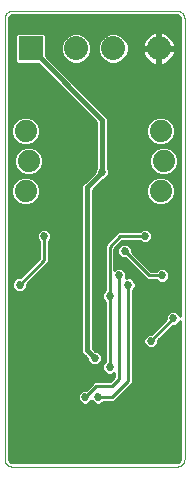
<source format=gbl>
G75*
%MOIN*%
%OFA0B0*%
%FSLAX25Y25*%
%IPPOS*%
%LPD*%
%AMOC8*
5,1,8,0,0,1.08239X$1,22.5*
%
%ADD10C,0.00000*%
%ADD11C,0.07400*%
%ADD12R,0.08000X0.08000*%
%ADD13C,0.08000*%
%ADD14C,0.01000*%
%ADD15C,0.02700*%
%ADD16C,0.01600*%
D10*
X0042595Y0032058D02*
X0042595Y0178933D01*
X0042597Y0179031D01*
X0042603Y0179129D01*
X0042612Y0179227D01*
X0042626Y0179324D01*
X0042643Y0179421D01*
X0042664Y0179517D01*
X0042689Y0179612D01*
X0042717Y0179706D01*
X0042750Y0179798D01*
X0042785Y0179890D01*
X0042825Y0179980D01*
X0042867Y0180068D01*
X0042914Y0180155D01*
X0042963Y0180239D01*
X0043016Y0180322D01*
X0043072Y0180402D01*
X0043132Y0180481D01*
X0043194Y0180557D01*
X0043259Y0180630D01*
X0043327Y0180701D01*
X0043398Y0180769D01*
X0043471Y0180834D01*
X0043547Y0180896D01*
X0043626Y0180956D01*
X0043706Y0181012D01*
X0043789Y0181065D01*
X0043873Y0181114D01*
X0043960Y0181161D01*
X0044048Y0181203D01*
X0044138Y0181243D01*
X0044230Y0181278D01*
X0044322Y0181311D01*
X0044416Y0181339D01*
X0044511Y0181364D01*
X0044607Y0181385D01*
X0044704Y0181402D01*
X0044801Y0181416D01*
X0044899Y0181425D01*
X0044997Y0181431D01*
X0045095Y0181433D01*
X0100095Y0181433D01*
X0100193Y0181431D01*
X0100291Y0181425D01*
X0100389Y0181416D01*
X0100486Y0181402D01*
X0100583Y0181385D01*
X0100679Y0181364D01*
X0100774Y0181339D01*
X0100868Y0181311D01*
X0100960Y0181278D01*
X0101052Y0181243D01*
X0101142Y0181203D01*
X0101230Y0181161D01*
X0101317Y0181114D01*
X0101401Y0181065D01*
X0101484Y0181012D01*
X0101564Y0180956D01*
X0101643Y0180896D01*
X0101719Y0180834D01*
X0101792Y0180769D01*
X0101863Y0180701D01*
X0101931Y0180630D01*
X0101996Y0180557D01*
X0102058Y0180481D01*
X0102118Y0180402D01*
X0102174Y0180322D01*
X0102227Y0180239D01*
X0102276Y0180155D01*
X0102323Y0180068D01*
X0102365Y0179980D01*
X0102405Y0179890D01*
X0102440Y0179798D01*
X0102473Y0179706D01*
X0102501Y0179612D01*
X0102526Y0179517D01*
X0102547Y0179421D01*
X0102564Y0179324D01*
X0102578Y0179227D01*
X0102587Y0179129D01*
X0102593Y0179031D01*
X0102595Y0178933D01*
X0102595Y0032058D01*
X0102593Y0031960D01*
X0102587Y0031862D01*
X0102578Y0031764D01*
X0102564Y0031667D01*
X0102547Y0031570D01*
X0102526Y0031474D01*
X0102501Y0031379D01*
X0102473Y0031285D01*
X0102440Y0031193D01*
X0102405Y0031101D01*
X0102365Y0031011D01*
X0102323Y0030923D01*
X0102276Y0030836D01*
X0102227Y0030752D01*
X0102174Y0030669D01*
X0102118Y0030589D01*
X0102058Y0030510D01*
X0101996Y0030434D01*
X0101931Y0030361D01*
X0101863Y0030290D01*
X0101792Y0030222D01*
X0101719Y0030157D01*
X0101643Y0030095D01*
X0101564Y0030035D01*
X0101484Y0029979D01*
X0101401Y0029926D01*
X0101317Y0029877D01*
X0101230Y0029830D01*
X0101142Y0029788D01*
X0101052Y0029748D01*
X0100960Y0029713D01*
X0100868Y0029680D01*
X0100774Y0029652D01*
X0100679Y0029627D01*
X0100583Y0029606D01*
X0100486Y0029589D01*
X0100389Y0029575D01*
X0100291Y0029566D01*
X0100193Y0029560D01*
X0100095Y0029558D01*
X0045095Y0029558D01*
X0044997Y0029560D01*
X0044899Y0029566D01*
X0044801Y0029575D01*
X0044704Y0029589D01*
X0044607Y0029606D01*
X0044511Y0029627D01*
X0044416Y0029652D01*
X0044322Y0029680D01*
X0044230Y0029713D01*
X0044138Y0029748D01*
X0044048Y0029788D01*
X0043960Y0029830D01*
X0043873Y0029877D01*
X0043789Y0029926D01*
X0043706Y0029979D01*
X0043626Y0030035D01*
X0043547Y0030095D01*
X0043471Y0030157D01*
X0043398Y0030222D01*
X0043327Y0030290D01*
X0043259Y0030361D01*
X0043194Y0030434D01*
X0043132Y0030510D01*
X0043072Y0030589D01*
X0043016Y0030669D01*
X0042963Y0030752D01*
X0042914Y0030836D01*
X0042867Y0030923D01*
X0042825Y0031011D01*
X0042785Y0031101D01*
X0042750Y0031193D01*
X0042717Y0031285D01*
X0042689Y0031379D01*
X0042664Y0031474D01*
X0042643Y0031570D01*
X0042626Y0031667D01*
X0042612Y0031764D01*
X0042603Y0031862D01*
X0042597Y0031960D01*
X0042595Y0032058D01*
D11*
X0049595Y0121433D03*
X0050595Y0131433D03*
X0049595Y0141433D03*
X0094595Y0141433D03*
X0095595Y0131433D03*
X0094595Y0121433D03*
D12*
X0051270Y0168933D03*
D13*
X0066450Y0168933D03*
X0078829Y0168933D03*
X0094009Y0168933D03*
D14*
X0094509Y0168725D02*
X0101095Y0168725D01*
X0101095Y0169723D02*
X0099452Y0169723D01*
X0099498Y0169433D02*
X0099373Y0170221D01*
X0099106Y0171044D01*
X0098713Y0171816D01*
X0098204Y0172516D01*
X0097592Y0173128D01*
X0096891Y0173637D01*
X0096120Y0174030D01*
X0095297Y0174298D01*
X0094509Y0174422D01*
X0094509Y0169433D01*
X0099498Y0169433D01*
X0099498Y0168433D02*
X0094509Y0168433D01*
X0094509Y0169433D01*
X0093509Y0169433D01*
X0093509Y0174422D01*
X0092721Y0174298D01*
X0091897Y0174030D01*
X0091126Y0173637D01*
X0090426Y0173128D01*
X0089814Y0172516D01*
X0089305Y0171816D01*
X0088912Y0171044D01*
X0088644Y0170221D01*
X0088519Y0169433D01*
X0093509Y0169433D01*
X0093509Y0168433D01*
X0094509Y0168433D01*
X0094509Y0163444D01*
X0095297Y0163569D01*
X0096120Y0163836D01*
X0096891Y0164229D01*
X0097592Y0164738D01*
X0098204Y0165350D01*
X0098713Y0166050D01*
X0099106Y0166822D01*
X0099373Y0167645D01*
X0099498Y0168433D01*
X0099386Y0167726D02*
X0101095Y0167726D01*
X0101095Y0166728D02*
X0099058Y0166728D01*
X0098479Y0165729D02*
X0101095Y0165729D01*
X0101095Y0164731D02*
X0097582Y0164731D01*
X0095800Y0163732D02*
X0101095Y0163732D01*
X0101095Y0162734D02*
X0060157Y0162734D01*
X0059158Y0163732D02*
X0092217Y0163732D01*
X0091897Y0163836D02*
X0092721Y0163569D01*
X0093509Y0163444D01*
X0093509Y0168433D01*
X0088519Y0168433D01*
X0088644Y0167645D01*
X0088912Y0166822D01*
X0089305Y0166050D01*
X0089814Y0165350D01*
X0090426Y0164738D01*
X0091126Y0164229D01*
X0091897Y0163836D01*
X0093509Y0163732D02*
X0094509Y0163732D01*
X0094509Y0164731D02*
X0093509Y0164731D01*
X0093509Y0165729D02*
X0094509Y0165729D01*
X0094509Y0166728D02*
X0093509Y0166728D01*
X0093509Y0167726D02*
X0094509Y0167726D01*
X0093509Y0168725D02*
X0083929Y0168725D01*
X0083929Y0167919D02*
X0083153Y0166044D01*
X0081718Y0164609D01*
X0079844Y0163833D01*
X0077815Y0163833D01*
X0075940Y0164609D01*
X0074506Y0166044D01*
X0073729Y0167919D01*
X0073729Y0169948D01*
X0074506Y0171822D01*
X0075940Y0173257D01*
X0077815Y0174033D01*
X0079844Y0174033D01*
X0081718Y0173257D01*
X0083153Y0171822D01*
X0083929Y0169948D01*
X0083929Y0167919D01*
X0083849Y0167726D02*
X0088631Y0167726D01*
X0088960Y0166728D02*
X0083436Y0166728D01*
X0082838Y0165729D02*
X0089538Y0165729D01*
X0090436Y0164731D02*
X0081839Y0164731D01*
X0083929Y0169723D02*
X0088565Y0169723D01*
X0088807Y0170722D02*
X0083609Y0170722D01*
X0083195Y0171720D02*
X0089256Y0171720D01*
X0090016Y0172719D02*
X0082256Y0172719D01*
X0080606Y0173717D02*
X0091283Y0173717D01*
X0093509Y0173717D02*
X0094509Y0173717D01*
X0094509Y0172719D02*
X0093509Y0172719D01*
X0093509Y0171720D02*
X0094509Y0171720D01*
X0094509Y0170722D02*
X0093509Y0170722D01*
X0093509Y0169723D02*
X0094509Y0169723D01*
X0096734Y0173717D02*
X0101095Y0173717D01*
X0101095Y0172719D02*
X0098001Y0172719D01*
X0098761Y0171720D02*
X0101095Y0171720D01*
X0101095Y0170722D02*
X0099211Y0170722D01*
X0101095Y0174716D02*
X0044095Y0174716D01*
X0044095Y0175714D02*
X0101095Y0175714D01*
X0101095Y0176713D02*
X0044095Y0176713D01*
X0044095Y0177711D02*
X0101095Y0177711D01*
X0101095Y0178710D02*
X0044095Y0178710D01*
X0044095Y0178933D02*
X0044129Y0179192D01*
X0044388Y0179640D01*
X0044836Y0179899D01*
X0045095Y0179933D01*
X0100095Y0179933D01*
X0100354Y0179899D01*
X0100802Y0179640D01*
X0101061Y0179192D01*
X0101095Y0178933D01*
X0101095Y0079903D01*
X0100922Y0080321D01*
X0100233Y0081010D01*
X0099332Y0081383D01*
X0098358Y0081383D01*
X0097457Y0081010D01*
X0096768Y0080321D01*
X0096395Y0079420D01*
X0096395Y0078746D01*
X0091532Y0073883D01*
X0090858Y0073883D01*
X0089957Y0073510D01*
X0089268Y0072821D01*
X0088895Y0071920D01*
X0088895Y0070946D01*
X0089268Y0070045D01*
X0089957Y0069356D01*
X0090858Y0068983D01*
X0091832Y0068983D01*
X0092733Y0069356D01*
X0093422Y0070045D01*
X0093795Y0070946D01*
X0093795Y0071620D01*
X0098658Y0076483D01*
X0099332Y0076483D01*
X0100233Y0076856D01*
X0100922Y0077545D01*
X0101095Y0077963D01*
X0101095Y0032058D01*
X0101061Y0031799D01*
X0100802Y0031351D01*
X0100354Y0031092D01*
X0100095Y0031058D01*
X0045095Y0031058D01*
X0044836Y0031092D01*
X0044388Y0031351D01*
X0044129Y0031799D01*
X0044095Y0032058D01*
X0044095Y0178933D01*
X0044506Y0179708D02*
X0100684Y0179708D01*
X0101095Y0161735D02*
X0061155Y0161735D01*
X0062154Y0160737D02*
X0101095Y0160737D01*
X0101095Y0159738D02*
X0063152Y0159738D01*
X0064151Y0158740D02*
X0101095Y0158740D01*
X0101095Y0157741D02*
X0065149Y0157741D01*
X0066148Y0156743D02*
X0101095Y0156743D01*
X0101095Y0155744D02*
X0067146Y0155744D01*
X0068145Y0154745D02*
X0101095Y0154745D01*
X0101095Y0153747D02*
X0069143Y0153747D01*
X0070142Y0152748D02*
X0101095Y0152748D01*
X0101095Y0151750D02*
X0071140Y0151750D01*
X0072139Y0150751D02*
X0101095Y0150751D01*
X0101095Y0149753D02*
X0073137Y0149753D01*
X0074136Y0148754D02*
X0101095Y0148754D01*
X0101095Y0147756D02*
X0075134Y0147756D01*
X0075882Y0147008D02*
X0056370Y0166520D01*
X0056370Y0173389D01*
X0055726Y0174033D01*
X0046814Y0174033D01*
X0046170Y0173389D01*
X0046170Y0164477D01*
X0046814Y0163833D01*
X0053683Y0163833D01*
X0073195Y0144321D01*
X0073195Y0129248D01*
X0073018Y0129071D01*
X0072645Y0128170D01*
X0072645Y0127920D01*
X0069308Y0124583D01*
X0068195Y0123470D01*
X0068195Y0067521D01*
X0069308Y0066408D01*
X0070145Y0065571D01*
X0070145Y0065321D01*
X0070518Y0064420D01*
X0071207Y0063731D01*
X0072108Y0063358D01*
X0073082Y0063358D01*
X0073983Y0063731D01*
X0074672Y0064420D01*
X0075045Y0065321D01*
X0075045Y0066295D01*
X0074672Y0067196D01*
X0073983Y0067885D01*
X0073082Y0068258D01*
X0072832Y0068258D01*
X0071995Y0069095D01*
X0071995Y0121896D01*
X0075332Y0125233D01*
X0075582Y0125233D01*
X0076483Y0125606D01*
X0077172Y0126295D01*
X0077545Y0127196D01*
X0077545Y0128170D01*
X0077172Y0129071D01*
X0076995Y0129248D01*
X0076995Y0145895D01*
X0075882Y0147008D01*
X0076133Y0146757D02*
X0101095Y0146757D01*
X0101095Y0145759D02*
X0096695Y0145759D01*
X0097314Y0145502D02*
X0095550Y0146233D01*
X0093640Y0146233D01*
X0091876Y0145502D01*
X0090526Y0144152D01*
X0089795Y0142388D01*
X0089795Y0140478D01*
X0090526Y0138714D01*
X0091876Y0137364D01*
X0093640Y0136633D01*
X0095550Y0136633D01*
X0097314Y0137364D01*
X0098664Y0138714D01*
X0099395Y0140478D01*
X0099395Y0142388D01*
X0098664Y0144152D01*
X0097314Y0145502D01*
X0098056Y0144760D02*
X0101095Y0144760D01*
X0101095Y0143762D02*
X0098826Y0143762D01*
X0099240Y0142763D02*
X0101095Y0142763D01*
X0101095Y0141765D02*
X0099395Y0141765D01*
X0099395Y0140766D02*
X0101095Y0140766D01*
X0101095Y0139768D02*
X0099101Y0139768D01*
X0098687Y0138769D02*
X0101095Y0138769D01*
X0101095Y0137771D02*
X0097721Y0137771D01*
X0096550Y0136233D02*
X0094640Y0136233D01*
X0092876Y0135502D01*
X0091526Y0134152D01*
X0090795Y0132388D01*
X0090795Y0130478D01*
X0091526Y0128714D01*
X0092876Y0127364D01*
X0094640Y0126633D01*
X0096550Y0126633D01*
X0098314Y0127364D01*
X0099664Y0128714D01*
X0100395Y0130478D01*
X0100395Y0132388D01*
X0099664Y0134152D01*
X0098314Y0135502D01*
X0096550Y0136233D01*
X0095886Y0136772D02*
X0101095Y0136772D01*
X0101095Y0135774D02*
X0097659Y0135774D01*
X0099041Y0134775D02*
X0101095Y0134775D01*
X0101095Y0133777D02*
X0099820Y0133777D01*
X0100233Y0132778D02*
X0101095Y0132778D01*
X0101095Y0131780D02*
X0100395Y0131780D01*
X0100395Y0130781D02*
X0101095Y0130781D01*
X0101095Y0129783D02*
X0100107Y0129783D01*
X0099693Y0128784D02*
X0101095Y0128784D01*
X0101095Y0127786D02*
X0098736Y0127786D01*
X0096922Y0126787D02*
X0101095Y0126787D01*
X0101095Y0125789D02*
X0096623Y0125789D01*
X0097314Y0125502D02*
X0095550Y0126233D01*
X0093640Y0126233D01*
X0091876Y0125502D01*
X0090526Y0124152D01*
X0089795Y0122388D01*
X0089795Y0120478D01*
X0090526Y0118714D01*
X0091876Y0117364D01*
X0093640Y0116633D01*
X0095550Y0116633D01*
X0097314Y0117364D01*
X0098664Y0118714D01*
X0099395Y0120478D01*
X0099395Y0122388D01*
X0098664Y0124152D01*
X0097314Y0125502D01*
X0098026Y0124790D02*
X0101095Y0124790D01*
X0101095Y0123792D02*
X0098814Y0123792D01*
X0099227Y0122793D02*
X0101095Y0122793D01*
X0101095Y0121795D02*
X0099395Y0121795D01*
X0099395Y0120796D02*
X0101095Y0120796D01*
X0101095Y0119798D02*
X0099113Y0119798D01*
X0098700Y0118799D02*
X0101095Y0118799D01*
X0101095Y0117801D02*
X0097751Y0117801D01*
X0095958Y0116802D02*
X0101095Y0116802D01*
X0101095Y0115804D02*
X0071995Y0115804D01*
X0071995Y0116802D02*
X0093232Y0116802D01*
X0091439Y0117801D02*
X0071995Y0117801D01*
X0071995Y0118799D02*
X0090491Y0118799D01*
X0090077Y0119798D02*
X0071995Y0119798D01*
X0071995Y0120796D02*
X0089795Y0120796D01*
X0089795Y0121795D02*
X0071995Y0121795D01*
X0072892Y0122793D02*
X0089963Y0122793D01*
X0090377Y0123792D02*
X0073891Y0123792D01*
X0074889Y0124790D02*
X0091164Y0124790D01*
X0092568Y0125789D02*
X0076666Y0125789D01*
X0077376Y0126787D02*
X0094268Y0126787D01*
X0092454Y0127786D02*
X0077545Y0127786D01*
X0077291Y0128784D02*
X0091497Y0128784D01*
X0091083Y0129783D02*
X0076995Y0129783D01*
X0076995Y0130781D02*
X0090795Y0130781D01*
X0090795Y0131780D02*
X0076995Y0131780D01*
X0076995Y0132778D02*
X0090957Y0132778D01*
X0091370Y0133777D02*
X0076995Y0133777D01*
X0076995Y0134775D02*
X0092149Y0134775D01*
X0093532Y0135774D02*
X0076995Y0135774D01*
X0076995Y0136772D02*
X0093304Y0136772D01*
X0091469Y0137771D02*
X0076995Y0137771D01*
X0076995Y0138769D02*
X0090503Y0138769D01*
X0090089Y0139768D02*
X0076995Y0139768D01*
X0076995Y0140766D02*
X0089795Y0140766D01*
X0089795Y0141765D02*
X0076995Y0141765D01*
X0076995Y0142763D02*
X0089951Y0142763D01*
X0090364Y0143762D02*
X0076995Y0143762D01*
X0076995Y0144760D02*
X0091134Y0144760D01*
X0092496Y0145759D02*
X0076995Y0145759D01*
X0073195Y0143762D02*
X0053826Y0143762D01*
X0053664Y0144152D02*
X0054395Y0142388D01*
X0054395Y0140478D01*
X0053664Y0138714D01*
X0052314Y0137364D01*
X0050550Y0136633D01*
X0048640Y0136633D01*
X0046876Y0137364D01*
X0045526Y0138714D01*
X0044795Y0140478D01*
X0044795Y0142388D01*
X0045526Y0144152D01*
X0046876Y0145502D01*
X0048640Y0146233D01*
X0050550Y0146233D01*
X0052314Y0145502D01*
X0053664Y0144152D01*
X0053056Y0144760D02*
X0072756Y0144760D01*
X0071757Y0145759D02*
X0051695Y0145759D01*
X0054240Y0142763D02*
X0073195Y0142763D01*
X0073195Y0141765D02*
X0054395Y0141765D01*
X0054395Y0140766D02*
X0073195Y0140766D01*
X0073195Y0139768D02*
X0054101Y0139768D01*
X0053687Y0138769D02*
X0073195Y0138769D01*
X0073195Y0137771D02*
X0052721Y0137771D01*
X0051550Y0136233D02*
X0049640Y0136233D01*
X0047876Y0135502D01*
X0046526Y0134152D01*
X0045795Y0132388D01*
X0045795Y0130478D01*
X0046526Y0128714D01*
X0047876Y0127364D01*
X0049640Y0126633D01*
X0051550Y0126633D01*
X0053314Y0127364D01*
X0054664Y0128714D01*
X0055395Y0130478D01*
X0055395Y0132388D01*
X0054664Y0134152D01*
X0053314Y0135502D01*
X0051550Y0136233D01*
X0050886Y0136772D02*
X0073195Y0136772D01*
X0073195Y0135774D02*
X0052659Y0135774D01*
X0054041Y0134775D02*
X0073195Y0134775D01*
X0073195Y0133777D02*
X0054820Y0133777D01*
X0055233Y0132778D02*
X0073195Y0132778D01*
X0073195Y0131780D02*
X0055395Y0131780D01*
X0055395Y0130781D02*
X0073195Y0130781D01*
X0073195Y0129783D02*
X0055107Y0129783D01*
X0054693Y0128784D02*
X0072899Y0128784D01*
X0072511Y0127786D02*
X0053736Y0127786D01*
X0051922Y0126787D02*
X0071512Y0126787D01*
X0070514Y0125789D02*
X0051623Y0125789D01*
X0052314Y0125502D02*
X0050550Y0126233D01*
X0048640Y0126233D01*
X0046876Y0125502D01*
X0045526Y0124152D01*
X0044795Y0122388D01*
X0044795Y0120478D01*
X0045526Y0118714D01*
X0046876Y0117364D01*
X0048640Y0116633D01*
X0050550Y0116633D01*
X0052314Y0117364D01*
X0053664Y0118714D01*
X0054395Y0120478D01*
X0054395Y0122388D01*
X0053664Y0124152D01*
X0052314Y0125502D01*
X0053026Y0124790D02*
X0069515Y0124790D01*
X0068517Y0123792D02*
X0053814Y0123792D01*
X0054227Y0122793D02*
X0068195Y0122793D01*
X0068195Y0121795D02*
X0054395Y0121795D01*
X0054395Y0120796D02*
X0068195Y0120796D01*
X0068195Y0119798D02*
X0054113Y0119798D01*
X0053700Y0118799D02*
X0068195Y0118799D01*
X0068195Y0117801D02*
X0052751Y0117801D01*
X0050958Y0116802D02*
X0068195Y0116802D01*
X0068195Y0115804D02*
X0044095Y0115804D01*
X0044095Y0116802D02*
X0048232Y0116802D01*
X0046439Y0117801D02*
X0044095Y0117801D01*
X0044095Y0118799D02*
X0045491Y0118799D01*
X0045077Y0119798D02*
X0044095Y0119798D01*
X0044095Y0120796D02*
X0044795Y0120796D01*
X0044795Y0121795D02*
X0044095Y0121795D01*
X0044095Y0122793D02*
X0044963Y0122793D01*
X0045377Y0123792D02*
X0044095Y0123792D01*
X0044095Y0124790D02*
X0046164Y0124790D01*
X0047568Y0125789D02*
X0044095Y0125789D01*
X0044095Y0126787D02*
X0049268Y0126787D01*
X0047454Y0127786D02*
X0044095Y0127786D01*
X0044095Y0128784D02*
X0046497Y0128784D01*
X0046083Y0129783D02*
X0044095Y0129783D01*
X0044095Y0130781D02*
X0045795Y0130781D01*
X0045795Y0131780D02*
X0044095Y0131780D01*
X0044095Y0132778D02*
X0045957Y0132778D01*
X0046370Y0133777D02*
X0044095Y0133777D01*
X0044095Y0134775D02*
X0047149Y0134775D01*
X0048532Y0135774D02*
X0044095Y0135774D01*
X0044095Y0136772D02*
X0048304Y0136772D01*
X0046469Y0137771D02*
X0044095Y0137771D01*
X0044095Y0138769D02*
X0045503Y0138769D01*
X0045089Y0139768D02*
X0044095Y0139768D01*
X0044095Y0140766D02*
X0044795Y0140766D01*
X0044795Y0141765D02*
X0044095Y0141765D01*
X0044095Y0142763D02*
X0044951Y0142763D01*
X0045364Y0143762D02*
X0044095Y0143762D01*
X0044095Y0144760D02*
X0046134Y0144760D01*
X0047496Y0145759D02*
X0044095Y0145759D01*
X0044095Y0146757D02*
X0070759Y0146757D01*
X0069760Y0147756D02*
X0044095Y0147756D01*
X0044095Y0148754D02*
X0068762Y0148754D01*
X0067763Y0149753D02*
X0044095Y0149753D01*
X0044095Y0150751D02*
X0066765Y0150751D01*
X0065766Y0151750D02*
X0044095Y0151750D01*
X0044095Y0152748D02*
X0064768Y0152748D01*
X0063769Y0153747D02*
X0044095Y0153747D01*
X0044095Y0154745D02*
X0062771Y0154745D01*
X0061772Y0155744D02*
X0044095Y0155744D01*
X0044095Y0156743D02*
X0060774Y0156743D01*
X0059775Y0157741D02*
X0044095Y0157741D01*
X0044095Y0158740D02*
X0058777Y0158740D01*
X0057778Y0159738D02*
X0044095Y0159738D01*
X0044095Y0160737D02*
X0056780Y0160737D01*
X0055781Y0161735D02*
X0044095Y0161735D01*
X0044095Y0162734D02*
X0054783Y0162734D01*
X0053784Y0163732D02*
X0044095Y0163732D01*
X0044095Y0164731D02*
X0046170Y0164731D01*
X0046170Y0165729D02*
X0044095Y0165729D01*
X0044095Y0166728D02*
X0046170Y0166728D01*
X0046170Y0167726D02*
X0044095Y0167726D01*
X0044095Y0168725D02*
X0046170Y0168725D01*
X0046170Y0169723D02*
X0044095Y0169723D01*
X0044095Y0170722D02*
X0046170Y0170722D01*
X0046170Y0171720D02*
X0044095Y0171720D01*
X0044095Y0172719D02*
X0046170Y0172719D01*
X0046499Y0173717D02*
X0044095Y0173717D01*
X0056042Y0173717D02*
X0064673Y0173717D01*
X0065435Y0174033D02*
X0063561Y0173257D01*
X0062126Y0171822D01*
X0061350Y0169948D01*
X0061350Y0167919D01*
X0062126Y0166044D01*
X0063561Y0164609D01*
X0065435Y0163833D01*
X0067464Y0163833D01*
X0069339Y0164609D01*
X0070773Y0166044D01*
X0071550Y0167919D01*
X0071550Y0169948D01*
X0070773Y0171822D01*
X0069339Y0173257D01*
X0067464Y0174033D01*
X0065435Y0174033D01*
X0063023Y0172719D02*
X0056370Y0172719D01*
X0056370Y0171720D02*
X0062084Y0171720D01*
X0061670Y0170722D02*
X0056370Y0170722D01*
X0056370Y0169723D02*
X0061350Y0169723D01*
X0061350Y0168725D02*
X0056370Y0168725D01*
X0056370Y0167726D02*
X0061429Y0167726D01*
X0061843Y0166728D02*
X0056370Y0166728D01*
X0057161Y0165729D02*
X0062441Y0165729D01*
X0063440Y0164731D02*
X0058160Y0164731D01*
X0068227Y0173717D02*
X0077052Y0173717D01*
X0075402Y0172719D02*
X0069877Y0172719D01*
X0070815Y0171720D02*
X0074463Y0171720D01*
X0074050Y0170722D02*
X0071229Y0170722D01*
X0071550Y0169723D02*
X0073729Y0169723D01*
X0073729Y0168725D02*
X0071550Y0168725D01*
X0071470Y0167726D02*
X0073809Y0167726D01*
X0074223Y0166728D02*
X0071056Y0166728D01*
X0070458Y0165729D02*
X0074821Y0165729D01*
X0075819Y0164731D02*
X0069460Y0164731D01*
X0068195Y0114805D02*
X0044095Y0114805D01*
X0044095Y0113807D02*
X0068195Y0113807D01*
X0068195Y0112808D02*
X0044095Y0112808D01*
X0044095Y0111810D02*
X0068195Y0111810D01*
X0068195Y0110811D02*
X0044095Y0110811D01*
X0044095Y0109812D02*
X0068195Y0109812D01*
X0068195Y0108814D02*
X0056374Y0108814D01*
X0056207Y0108883D02*
X0055233Y0108883D01*
X0054332Y0108510D01*
X0053643Y0107821D01*
X0053270Y0106920D01*
X0053270Y0105946D01*
X0053643Y0105045D01*
X0054120Y0104568D01*
X0054120Y0098971D01*
X0047782Y0092633D01*
X0047108Y0092633D01*
X0046207Y0092260D01*
X0045518Y0091571D01*
X0045145Y0090670D01*
X0045145Y0089696D01*
X0045518Y0088795D01*
X0046207Y0088106D01*
X0047108Y0087733D01*
X0048082Y0087733D01*
X0048983Y0088106D01*
X0049672Y0088795D01*
X0050045Y0089696D01*
X0050045Y0090370D01*
X0056383Y0096708D01*
X0057320Y0097645D01*
X0057320Y0104568D01*
X0057797Y0105045D01*
X0058170Y0105946D01*
X0058170Y0106920D01*
X0057797Y0107821D01*
X0057108Y0108510D01*
X0056207Y0108883D01*
X0055066Y0108814D02*
X0044095Y0108814D01*
X0044095Y0107815D02*
X0053641Y0107815D01*
X0053270Y0106817D02*
X0044095Y0106817D01*
X0044095Y0105818D02*
X0053323Y0105818D01*
X0053868Y0104820D02*
X0044095Y0104820D01*
X0044095Y0103821D02*
X0054120Y0103821D01*
X0054120Y0102823D02*
X0044095Y0102823D01*
X0044095Y0101824D02*
X0054120Y0101824D01*
X0054120Y0100826D02*
X0044095Y0100826D01*
X0044095Y0099827D02*
X0054120Y0099827D01*
X0053978Y0098829D02*
X0044095Y0098829D01*
X0044095Y0097830D02*
X0052980Y0097830D01*
X0051981Y0096832D02*
X0044095Y0096832D01*
X0044095Y0095833D02*
X0050983Y0095833D01*
X0049984Y0094835D02*
X0044095Y0094835D01*
X0044095Y0093836D02*
X0048986Y0093836D01*
X0047987Y0092838D02*
X0044095Y0092838D01*
X0044095Y0091839D02*
X0045787Y0091839D01*
X0045216Y0090841D02*
X0044095Y0090841D01*
X0044095Y0089842D02*
X0045145Y0089842D01*
X0045498Y0088844D02*
X0044095Y0088844D01*
X0044095Y0087845D02*
X0046837Y0087845D01*
X0047595Y0090183D02*
X0055720Y0098308D01*
X0055720Y0106433D01*
X0057572Y0104820D02*
X0068195Y0104820D01*
X0068195Y0105818D02*
X0058117Y0105818D01*
X0058170Y0106817D02*
X0068195Y0106817D01*
X0068195Y0107815D02*
X0057799Y0107815D01*
X0057320Y0103821D02*
X0068195Y0103821D01*
X0068195Y0102823D02*
X0057320Y0102823D01*
X0057320Y0101824D02*
X0068195Y0101824D01*
X0068195Y0100826D02*
X0057320Y0100826D01*
X0057320Y0099827D02*
X0068195Y0099827D01*
X0068195Y0098829D02*
X0057320Y0098829D01*
X0057320Y0097830D02*
X0068195Y0097830D01*
X0068195Y0096832D02*
X0056507Y0096832D01*
X0055508Y0095833D02*
X0068195Y0095833D01*
X0068195Y0094835D02*
X0054510Y0094835D01*
X0053511Y0093836D02*
X0068195Y0093836D01*
X0068195Y0092838D02*
X0052513Y0092838D01*
X0051514Y0091839D02*
X0068195Y0091839D01*
X0068195Y0090841D02*
X0050516Y0090841D01*
X0050045Y0089842D02*
X0068195Y0089842D01*
X0068195Y0088844D02*
X0049692Y0088844D01*
X0048353Y0087845D02*
X0068195Y0087845D01*
X0068195Y0086847D02*
X0044095Y0086847D01*
X0044095Y0085848D02*
X0068195Y0085848D01*
X0068195Y0084850D02*
X0044095Y0084850D01*
X0044095Y0083851D02*
X0068195Y0083851D01*
X0068195Y0082853D02*
X0044095Y0082853D01*
X0044095Y0081854D02*
X0068195Y0081854D01*
X0068195Y0080856D02*
X0044095Y0080856D01*
X0044095Y0079857D02*
X0068195Y0079857D01*
X0068195Y0078859D02*
X0044095Y0078859D01*
X0044095Y0077860D02*
X0068195Y0077860D01*
X0068195Y0076862D02*
X0044095Y0076862D01*
X0044095Y0075863D02*
X0068195Y0075863D01*
X0068195Y0074865D02*
X0044095Y0074865D01*
X0044095Y0073866D02*
X0068195Y0073866D01*
X0068195Y0072868D02*
X0044095Y0072868D01*
X0044095Y0071869D02*
X0068195Y0071869D01*
X0068195Y0070871D02*
X0044095Y0070871D01*
X0044095Y0069872D02*
X0068195Y0069872D01*
X0068195Y0068874D02*
X0044095Y0068874D01*
X0044095Y0067875D02*
X0068195Y0067875D01*
X0068840Y0066877D02*
X0044095Y0066877D01*
X0044095Y0065878D02*
X0069838Y0065878D01*
X0070328Y0064879D02*
X0044095Y0064879D01*
X0044095Y0063881D02*
X0071057Y0063881D01*
X0074133Y0063881D02*
X0075439Y0063881D01*
X0075518Y0064071D02*
X0075145Y0063170D01*
X0075145Y0062196D01*
X0075518Y0061295D01*
X0076207Y0060606D01*
X0077108Y0060233D01*
X0078082Y0060233D01*
X0078983Y0060606D01*
X0079120Y0060743D01*
X0079120Y0059349D01*
X0077804Y0058033D01*
X0072557Y0058033D01*
X0071620Y0057096D01*
X0071620Y0057096D01*
X0069657Y0055133D01*
X0068983Y0055133D01*
X0068082Y0054760D01*
X0067393Y0054071D01*
X0067020Y0053170D01*
X0067020Y0052196D01*
X0067393Y0051295D01*
X0068082Y0050606D01*
X0068983Y0050233D01*
X0069957Y0050233D01*
X0070858Y0050606D01*
X0071547Y0051295D01*
X0071658Y0051562D01*
X0071768Y0051295D01*
X0072457Y0050606D01*
X0073358Y0050233D01*
X0074332Y0050233D01*
X0075233Y0050606D01*
X0075710Y0051083D01*
X0079131Y0051083D01*
X0080069Y0052020D01*
X0085445Y0057397D01*
X0085445Y0088318D01*
X0085922Y0088795D01*
X0086295Y0089696D01*
X0086295Y0090670D01*
X0085922Y0091571D01*
X0085233Y0092260D01*
X0084332Y0092633D01*
X0083358Y0092633D01*
X0083037Y0092500D01*
X0083170Y0092821D01*
X0083170Y0093795D01*
X0082797Y0094696D01*
X0082108Y0095385D01*
X0081207Y0095758D01*
X0080233Y0095758D01*
X0079332Y0095385D01*
X0079195Y0095248D01*
X0079195Y0102235D01*
X0081793Y0104833D01*
X0087605Y0104833D01*
X0088082Y0104356D01*
X0088983Y0103983D01*
X0089957Y0103983D01*
X0090858Y0104356D01*
X0091547Y0105045D01*
X0091920Y0105946D01*
X0091920Y0106920D01*
X0091547Y0107821D01*
X0090858Y0108510D01*
X0089957Y0108883D01*
X0088983Y0108883D01*
X0088082Y0108510D01*
X0087605Y0108033D01*
X0080468Y0108033D01*
X0079531Y0107096D01*
X0075995Y0103560D01*
X0075995Y0088298D01*
X0075518Y0087821D01*
X0075145Y0086920D01*
X0075145Y0085946D01*
X0075518Y0085045D01*
X0075995Y0084568D01*
X0075995Y0064548D01*
X0075518Y0064071D01*
X0075995Y0064879D02*
X0074862Y0064879D01*
X0075045Y0065878D02*
X0075995Y0065878D01*
X0075995Y0066877D02*
X0074804Y0066877D01*
X0073993Y0067875D02*
X0075995Y0067875D01*
X0075995Y0068874D02*
X0072217Y0068874D01*
X0071995Y0069872D02*
X0075995Y0069872D01*
X0075995Y0070871D02*
X0071995Y0070871D01*
X0071995Y0071869D02*
X0075995Y0071869D01*
X0075995Y0072868D02*
X0071995Y0072868D01*
X0071995Y0073866D02*
X0075995Y0073866D01*
X0075995Y0074865D02*
X0071995Y0074865D01*
X0071995Y0075863D02*
X0075995Y0075863D01*
X0075995Y0076862D02*
X0071995Y0076862D01*
X0071995Y0077860D02*
X0075995Y0077860D01*
X0075995Y0078859D02*
X0071995Y0078859D01*
X0071995Y0079857D02*
X0075995Y0079857D01*
X0075995Y0080856D02*
X0071995Y0080856D01*
X0071995Y0081854D02*
X0075995Y0081854D01*
X0075995Y0082853D02*
X0071995Y0082853D01*
X0071995Y0083851D02*
X0075995Y0083851D01*
X0075714Y0084850D02*
X0071995Y0084850D01*
X0071995Y0085848D02*
X0075186Y0085848D01*
X0075145Y0086847D02*
X0071995Y0086847D01*
X0071995Y0087845D02*
X0075542Y0087845D01*
X0075995Y0088844D02*
X0071995Y0088844D01*
X0071995Y0089842D02*
X0075995Y0089842D01*
X0075995Y0090841D02*
X0071995Y0090841D01*
X0071995Y0091839D02*
X0075995Y0091839D01*
X0075995Y0092838D02*
X0071995Y0092838D01*
X0071995Y0093836D02*
X0075995Y0093836D01*
X0075995Y0094835D02*
X0071995Y0094835D01*
X0071995Y0095833D02*
X0075995Y0095833D01*
X0075995Y0096832D02*
X0071995Y0096832D01*
X0071995Y0097830D02*
X0075995Y0097830D01*
X0075995Y0098829D02*
X0071995Y0098829D01*
X0071995Y0099827D02*
X0075995Y0099827D01*
X0075995Y0100826D02*
X0071995Y0100826D01*
X0071995Y0101824D02*
X0075995Y0101824D01*
X0075995Y0102823D02*
X0071995Y0102823D01*
X0071995Y0103821D02*
X0076256Y0103821D01*
X0077255Y0104820D02*
X0071995Y0104820D01*
X0071995Y0105818D02*
X0078253Y0105818D01*
X0079252Y0106817D02*
X0071995Y0106817D01*
X0071995Y0107815D02*
X0080250Y0107815D01*
X0081131Y0106433D02*
X0089470Y0106433D01*
X0087618Y0104820D02*
X0081780Y0104820D01*
X0082108Y0103883D02*
X0081207Y0103510D01*
X0080518Y0102821D01*
X0080145Y0101920D01*
X0080145Y0100946D01*
X0080518Y0100045D01*
X0081207Y0099356D01*
X0082108Y0098983D01*
X0082782Y0098983D01*
X0090057Y0091708D01*
X0093230Y0091708D01*
X0093707Y0091231D01*
X0094608Y0090858D01*
X0095582Y0090858D01*
X0096483Y0091231D01*
X0097172Y0091920D01*
X0097545Y0092821D01*
X0097545Y0093795D01*
X0097172Y0094696D01*
X0096483Y0095385D01*
X0095582Y0095758D01*
X0094608Y0095758D01*
X0093707Y0095385D01*
X0093230Y0094908D01*
X0091383Y0094908D01*
X0085045Y0101246D01*
X0085045Y0101920D01*
X0084672Y0102821D01*
X0083983Y0103510D01*
X0083082Y0103883D01*
X0082108Y0103883D01*
X0081959Y0103821D02*
X0080782Y0103821D01*
X0080520Y0102823D02*
X0079783Y0102823D01*
X0080145Y0101824D02*
X0079195Y0101824D01*
X0079195Y0100826D02*
X0080195Y0100826D01*
X0080736Y0099827D02*
X0079195Y0099827D01*
X0079195Y0098829D02*
X0082937Y0098829D01*
X0083935Y0097830D02*
X0079195Y0097830D01*
X0079195Y0096832D02*
X0084934Y0096832D01*
X0085932Y0095833D02*
X0079195Y0095833D01*
X0080720Y0093308D02*
X0080720Y0058687D01*
X0078467Y0056433D01*
X0073220Y0056433D01*
X0069470Y0052683D01*
X0067788Y0050900D02*
X0044095Y0050900D01*
X0044095Y0049902D02*
X0101095Y0049902D01*
X0101095Y0050900D02*
X0075527Y0050900D01*
X0073845Y0052683D02*
X0078469Y0052683D01*
X0083845Y0058060D01*
X0083845Y0090183D01*
X0085654Y0091839D02*
X0089926Y0091839D01*
X0088928Y0092838D02*
X0083170Y0092838D01*
X0083153Y0093836D02*
X0087929Y0093836D01*
X0086931Y0094835D02*
X0082658Y0094835D01*
X0085942Y0088844D02*
X0101095Y0088844D01*
X0101095Y0089842D02*
X0086295Y0089842D01*
X0086225Y0090841D02*
X0101095Y0090841D01*
X0101095Y0091839D02*
X0097091Y0091839D01*
X0097545Y0092838D02*
X0101095Y0092838D01*
X0101095Y0093836D02*
X0097528Y0093836D01*
X0097033Y0094835D02*
X0101095Y0094835D01*
X0101095Y0095833D02*
X0090458Y0095833D01*
X0089459Y0096832D02*
X0101095Y0096832D01*
X0101095Y0097830D02*
X0088461Y0097830D01*
X0087462Y0098829D02*
X0101095Y0098829D01*
X0101095Y0099827D02*
X0086464Y0099827D01*
X0085465Y0100826D02*
X0101095Y0100826D01*
X0101095Y0101824D02*
X0085045Y0101824D01*
X0084670Y0102823D02*
X0101095Y0102823D01*
X0101095Y0103821D02*
X0083231Y0103821D01*
X0081131Y0106433D02*
X0077595Y0102898D01*
X0077595Y0086433D01*
X0077595Y0062683D01*
X0079120Y0059887D02*
X0044095Y0059887D01*
X0044095Y0060885D02*
X0075928Y0060885D01*
X0075274Y0061884D02*
X0044095Y0061884D01*
X0044095Y0062882D02*
X0075145Y0062882D01*
X0072414Y0057890D02*
X0044095Y0057890D01*
X0044095Y0058888D02*
X0078659Y0058888D01*
X0081944Y0053896D02*
X0101095Y0053896D01*
X0101095Y0054894D02*
X0082943Y0054894D01*
X0083941Y0055893D02*
X0101095Y0055893D01*
X0101095Y0056891D02*
X0084940Y0056891D01*
X0085445Y0057890D02*
X0101095Y0057890D01*
X0101095Y0058888D02*
X0085445Y0058888D01*
X0085445Y0059887D02*
X0101095Y0059887D01*
X0101095Y0060885D02*
X0085445Y0060885D01*
X0085445Y0061884D02*
X0101095Y0061884D01*
X0101095Y0062882D02*
X0085445Y0062882D01*
X0085445Y0063881D02*
X0101095Y0063881D01*
X0101095Y0064879D02*
X0085445Y0064879D01*
X0085445Y0065878D02*
X0101095Y0065878D01*
X0101095Y0066877D02*
X0085445Y0066877D01*
X0085445Y0067875D02*
X0101095Y0067875D01*
X0101095Y0068874D02*
X0085445Y0068874D01*
X0085445Y0069872D02*
X0089441Y0069872D01*
X0088926Y0070871D02*
X0085445Y0070871D01*
X0085445Y0071869D02*
X0088895Y0071869D01*
X0089315Y0072868D02*
X0085445Y0072868D01*
X0085445Y0073866D02*
X0090817Y0073866D01*
X0091345Y0071433D02*
X0098845Y0078933D01*
X0101053Y0077860D02*
X0101095Y0077860D01*
X0101095Y0076862D02*
X0100239Y0076862D01*
X0101095Y0075863D02*
X0098038Y0075863D01*
X0097039Y0074865D02*
X0101095Y0074865D01*
X0101095Y0073866D02*
X0096041Y0073866D01*
X0095042Y0072868D02*
X0101095Y0072868D01*
X0101095Y0071869D02*
X0094044Y0071869D01*
X0093764Y0070871D02*
X0101095Y0070871D01*
X0101095Y0069872D02*
X0093249Y0069872D01*
X0092514Y0074865D02*
X0085445Y0074865D01*
X0085445Y0075863D02*
X0093512Y0075863D01*
X0094511Y0076862D02*
X0085445Y0076862D01*
X0085445Y0077860D02*
X0095509Y0077860D01*
X0096395Y0078859D02*
X0085445Y0078859D01*
X0085445Y0079857D02*
X0096576Y0079857D01*
X0097303Y0080856D02*
X0085445Y0080856D01*
X0085445Y0081854D02*
X0101095Y0081854D01*
X0101095Y0080856D02*
X0100387Y0080856D01*
X0101095Y0082853D02*
X0085445Y0082853D01*
X0085445Y0083851D02*
X0101095Y0083851D01*
X0101095Y0084850D02*
X0085445Y0084850D01*
X0085445Y0085848D02*
X0101095Y0085848D01*
X0101095Y0086847D02*
X0085445Y0086847D01*
X0085445Y0087845D02*
X0101095Y0087845D01*
X0095095Y0093308D02*
X0090720Y0093308D01*
X0082595Y0101433D01*
X0088816Y0108814D02*
X0071995Y0108814D01*
X0071995Y0109812D02*
X0101095Y0109812D01*
X0101095Y0108814D02*
X0090124Y0108814D01*
X0091549Y0107815D02*
X0101095Y0107815D01*
X0101095Y0106817D02*
X0091920Y0106817D01*
X0091867Y0105818D02*
X0101095Y0105818D01*
X0101095Y0104820D02*
X0091322Y0104820D01*
X0101095Y0110811D02*
X0071995Y0110811D01*
X0071995Y0111810D02*
X0101095Y0111810D01*
X0101095Y0112808D02*
X0071995Y0112808D01*
X0071995Y0113807D02*
X0101095Y0113807D01*
X0101095Y0114805D02*
X0071995Y0114805D01*
X0071416Y0056891D02*
X0044095Y0056891D01*
X0044095Y0055893D02*
X0070417Y0055893D01*
X0068407Y0054894D02*
X0044095Y0054894D01*
X0044095Y0053896D02*
X0067321Y0053896D01*
X0067020Y0052897D02*
X0044095Y0052897D01*
X0044095Y0051899D02*
X0067143Y0051899D01*
X0071152Y0050900D02*
X0072163Y0050900D01*
X0079947Y0051899D02*
X0101095Y0051899D01*
X0101095Y0052897D02*
X0080946Y0052897D01*
X0101095Y0048903D02*
X0044095Y0048903D01*
X0044095Y0047905D02*
X0101095Y0047905D01*
X0101095Y0046906D02*
X0044095Y0046906D01*
X0044095Y0045908D02*
X0101095Y0045908D01*
X0101095Y0044909D02*
X0044095Y0044909D01*
X0044095Y0043911D02*
X0101095Y0043911D01*
X0101095Y0042912D02*
X0044095Y0042912D01*
X0044095Y0041914D02*
X0101095Y0041914D01*
X0101095Y0040915D02*
X0044095Y0040915D01*
X0044095Y0039917D02*
X0101095Y0039917D01*
X0101095Y0038918D02*
X0044095Y0038918D01*
X0044095Y0037920D02*
X0101095Y0037920D01*
X0101095Y0036921D02*
X0044095Y0036921D01*
X0044095Y0035923D02*
X0101095Y0035923D01*
X0101095Y0034924D02*
X0044095Y0034924D01*
X0044095Y0033926D02*
X0101095Y0033926D01*
X0101095Y0032927D02*
X0044095Y0032927D01*
X0044112Y0031929D02*
X0101078Y0031929D01*
D15*
X0092595Y0042058D03*
X0077595Y0062683D03*
X0072595Y0065808D03*
X0073845Y0052683D03*
X0069470Y0052683D03*
X0063220Y0062058D03*
X0057595Y0072058D03*
X0047595Y0090183D03*
X0051345Y0107058D03*
X0055720Y0106433D03*
X0075095Y0127683D03*
X0080095Y0128933D03*
X0089470Y0106433D03*
X0082595Y0101433D03*
X0080720Y0093308D03*
X0083845Y0090183D03*
X0077595Y0086433D03*
X0091345Y0071433D03*
X0098845Y0078933D03*
X0095095Y0093308D03*
X0052595Y0042058D03*
D16*
X0072595Y0065808D02*
X0070095Y0068308D01*
X0070095Y0122683D01*
X0075095Y0127683D01*
X0075095Y0145108D01*
X0051270Y0168933D01*
M02*

</source>
